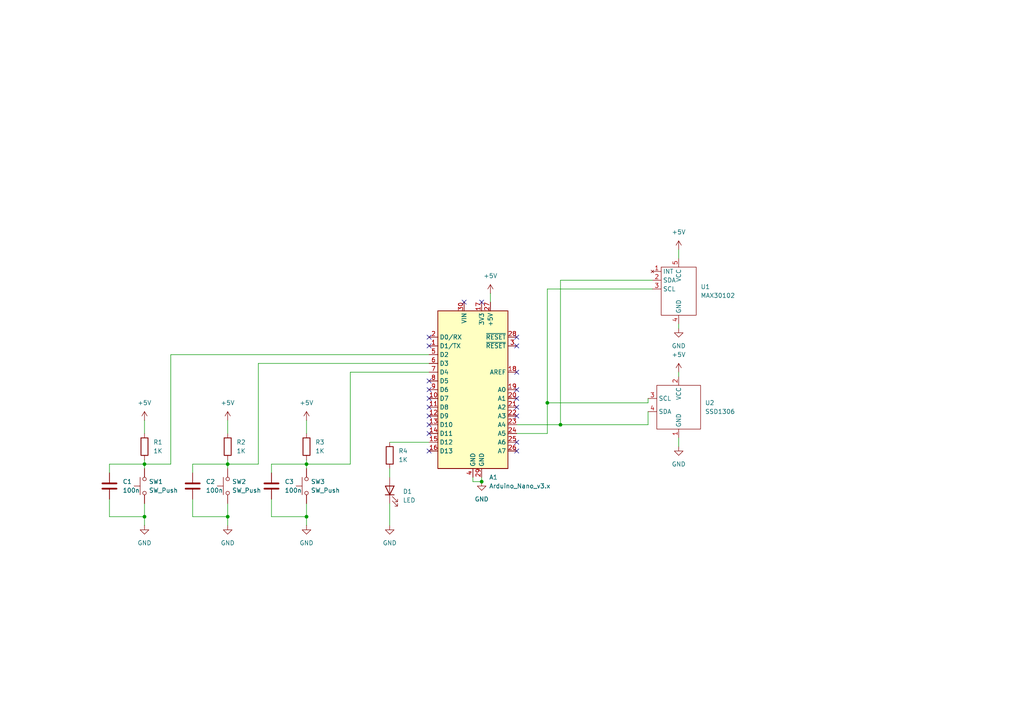
<source format=kicad_sch>
(kicad_sch (version 20250114) (generator "eeschema") (generator_version "9.0")
  (paper "A4")
  (lib_symbols
    (symbol "Device:C" (pin_numbers (hide yes)) (pin_names (offset 0.254))
      (property "Reference" "C" (at 0.635 2.54 0))
      (property "Value" "C" (at 0.635 -2.54 0))
      (symbol "C_0_1"
        (polyline (pts (xy -2.032 0.762) (xy 2.032 0.762)) (stroke (width 0.508)))
        (polyline (pts (xy -2.032 -0.762) (xy 2.032 -0.762)) (stroke (width 0.508)))
      )
      (symbol "C_1_1"
        (pin passive line (at 0 3.81 270) (length 2.794) (name "~") (number "1"))
        (pin passive line (at 0 -3.81 90) (length 2.794) (name "~") (number "2"))
      )
    )
    (symbol "Device:LED" (pin_numbers (hide yes)) (pin_names (offset 1.016) (hide yes))
      (property "Reference" "D" (at 0 2.54 0))
      (property "Value" "LED" (at 0 -2.54 0))
      (symbol "LED_0_1"
        (polyline (pts (xy -3.048 -0.762) (xy -4.572 -2.286) (xy -3.81 -2.286) (xy -4.572 -2.286) (xy -4.572 -1.524)))
        (polyline (pts (xy -1.778 -0.762) (xy -3.302 -2.286) (xy -2.54 -2.286) (xy -3.302 -2.286) (xy -3.302 -1.524)))
        (polyline (pts (xy -1.27 0) (xy 1.27 0)))
        (polyline (pts (xy -1.27 -1.27) (xy -1.27 1.27)) (stroke (width 0.254)))
        (polyline (pts (xy 1.27 -1.27) (xy 1.27 1.27) (xy -1.27 0) (xy 1.27 -1.27)) (stroke (width 0.254)))
      )
      (symbol "LED_1_1"
        (pin passive line (at -3.81 0 0) (length 2.54) (name "K") (number "1"))
        (pin passive line (at 3.81 0 180) (length 2.54) (name "A") (number "2"))
      )
    )
    (symbol "Device:R" (pin_numbers (hide yes)) (pin_names (offset 0))
      (property "Reference" "R" (at 2.032 0 90))
      (property "Value" "R" (at 0 0 90))
      (symbol "R_0_1"
        (rectangle (start -1.016 -2.54) (end 1.016 2.54) (stroke (width 0.254)))
      )
      (symbol "R_1_1"
        (pin passive line (at 0 3.81 270) (length 1.27) (name "~") (number "1"))
        (pin passive line (at 0 -3.81 90) (length 1.27) (name "~") (number "2"))
      )
    )
    (symbol "MCU_Module:Arduino_Nano_v3.x"
      (property "Reference" "A" (at -10.16 23.495 0))
      (property "Value" "Arduino_Nano_v3.x" (at 5.08 -24.13 0))
      (symbol "Arduino_Nano_v3.x_0_1"
        (rectangle (start -10.16 22.86) (end 10.16 -22.86) (stroke (width 0.254)) (fill (type background)))
      )
      (symbol "Arduino_Nano_v3.x_1_1"
        (pin bidirectional line (at -12.7 15.24 0) (length 2.54) (name "D0/RX") (number "2"))
        (pin bidirectional line (at -12.7 12.7 0) (length 2.54) (name "D1/TX") (number "1"))
        (pin bidirectional line (at -12.7 10.16 0) (length 2.54) (name "D2") (number "5"))
        (pin bidirectional line (at -12.7 7.62 0) (length 2.54) (name "D3") (number "6"))
        (pin bidirectional line (at -12.7 5.08 0) (length 2.54) (name "D4") (number "7"))
        (pin bidirectional line (at -12.7 2.54 0) (length 2.54) (name "D5") (number "8"))
        (pin bidirectional line (at -12.7 0 0) (length 2.54) (name "D6") (number "9"))
        (pin bidirectional line (at -12.7 -2.54 0) (length 2.54) (name "D7") (number "10"))
        (pin bidirectional line (at -12.7 -5.08 0) (length 2.54) (name "D8") (number "11"))
        (pin bidirectional line (at -12.7 -7.62 0) (length 2.54) (name "D9") (number "12"))
        (pin bidirectional line (at -12.7 -10.16 0) (length 2.54) (name "D10") (number "13"))
        (pin bidirectional line (at -12.7 -12.7 0) (length 2.54) (name "D11") (number "14"))
        (pin bidirectional line (at -12.7 -15.24 0) (length 2.54) (name "D12") (number "15"))
        (pin bidirectional line (at -12.7 -17.78 0) (length 2.54) (name "D13") (number "16"))
        (pin power_in line (at -2.54 25.4 270) (length 2.54) (name "VIN") (number "30"))
        (pin power_in line (at 0 -25.4 90) (length 2.54) (name "GND") (number "4"))
        (pin power_out line (at 2.54 25.4 270) (length 2.54) (name "3V3") (number "17"))
        (pin power_in line (at 2.54 -25.4 90) (length 2.54) (name "GND") (number "29"))
        (pin power_out line (at 5.08 25.4 270) (length 2.54) (name "+5V") (number "27"))
        (pin input line (at 12.7 15.24 180) (length 2.54) (name "~{RESET}") (number "28"))
        (pin input line (at 12.7 12.7 180) (length 2.54) (name "~{RESET}") (number "3"))
        (pin input line (at 12.7 5.08 180) (length 2.54) (name "AREF") (number "18"))
        (pin bidirectional line (at 12.7 0 180) (length 2.54) (name "A0") (number "19"))
        (pin bidirectional line (at 12.7 -2.54 180) (length 2.54) (name "A1") (number "20"))
        (pin bidirectional line (at 12.7 -5.08 180) (length 2.54) (name "A2") (number "21"))
        (pin bidirectional line (at 12.7 -7.62 180) (length 2.54) (name "A3") (number "22"))
        (pin bidirectional line (at 12.7 -10.16 180) (length 2.54) (name "A4") (number "23"))
        (pin bidirectional line (at 12.7 -12.7 180) (length 2.54) (name "A5") (number "24"))
        (pin bidirectional line (at 12.7 -15.24 180) (length 2.54) (name "A6") (number "25"))
        (pin bidirectional line (at 12.7 -17.78 180) (length 2.54) (name "A7") (number "26"))
      )
    )
    (symbol "Switch:SW_Push" (pin_numbers (hide yes)) (pin_names (offset 1.016) (hide yes))
      (property "Reference" "SW" (at 1.27 2.54 0))
      (property "Value" "SW_Push" (at 0 -1.524 0))
      (symbol "SW_Push_0_1"
        (circle (center -2.032 0) (radius 0.508))
        (polyline (pts (xy 0 1.27) (xy 0 3.048)))
        (circle (center 2.032 0) (radius 0.508))
        (polyline (pts (xy 2.54 1.27) (xy -2.54 1.27)))
        (pin passive line (at -5.08 0 0) (length 2.54) (name "1") (number "1"))
        (pin passive line (at 5.08 0 180) (length 2.54) (name "2") (number "2"))
      )
    )
    (symbol "power:+5V" (power) (pin_numbers (hide yes)) (pin_names (offset 0) (hide yes))
      (property "Value" "+5V" (at 0 3.556 0))
      (symbol "+5V_0_1"
        (polyline (pts (xy -0.762 1.27) (xy 0 2.54)))
        (polyline (pts (xy 0 2.54) (xy 0.762 1.27)))
        (polyline (pts (xy 0 0) (xy 0 2.54)))
      )
      (symbol "+5V_1_1"
        (pin power_in line (at 0 0 90) (length 0) (name "~") (number "1"))
      )
    )
    (symbol "power:GND" (power) (pin_numbers (hide yes)) (pin_names (offset 0) (hide yes))
      (property "Value" "GND" (at 0 -3.81 0))
      (symbol "GND_0_1"
        (polyline (pts (xy 0 0) (xy 0 -1.27) (xy 1.27 -1.27) (xy 0 -2.54) (xy -1.27 -1.27) (xy 0 -1.27)))
      )
      (symbol "GND_1_1"
        (pin power_in line (at 0 0 270) (length 0) (name "~") (number "1"))
      )
    )
    (symbol "spo2stuff:MAX30102_Module"
      (property "Reference" "U" (at 0 0 0))
      (property "Value" "MAX30102" (at 10.16 0.508 0))
      (symbol "MAX30102_Module_0_1"
        (rectangle (start -5.08 7.62) (end 5.08 -6.35))
      )
      (symbol "MAX30102_Module_1_1"
        (pin no_connect line (at -7.62 6.35 0) (length 2.54) (name "INT") (number "1"))
        (pin bidirectional line (at -7.62 3.81 0) (length 2.54) (name "SDA") (number "2"))
        (pin input line (at -7.62 1.27 0) (length 2.54) (name "SCL") (number "3"))
        (pin power_in line (at 0 10.16 270) (length 2.54) (name "VCC") (number "5"))
        (pin power_in line (at 0 -8.89 90) (length 2.54) (name "GND") (number "4"))
      )
    )
    (symbol "spo2stuff:SSD1306"
      (property "Reference" "U" (at 0 0 0))
      (property "Value" "SSD1306" (at 10.922 0.508 0))
      (symbol "SSD1306_0_1"
        (rectangle (start -6.35 6.35) (end 6.35 -6.35))
      )
      (symbol "SSD1306_1_1"
        (pin input line (at -8.89 2.54 0) (length 2.54) (name "SCL") (number "3"))
        (pin bidirectional line (at -8.89 -1.27 0) (length 2.54) (name "SDA") (number "4"))
        (pin power_in line (at 0 8.89 270) (length 2.54) (name "VCC") (number "2"))
        (pin power_in line (at 0 -8.89 90) (length 2.54) (name "GND") (number "1"))
      )
    )
  )
  (junction (at 158.75 116.84))
  (junction (at 66.04 134.62))
  (junction (at 88.9 149.86))
  (junction (at 41.91 134.62))
  (junction (at 88.9 134.62))
  (junction (at 41.91 149.86))
  (junction (at 162.56 123.19))
  (junction (at 139.7 139.7))
  (junction (at 66.04 149.86))
  (no_connect (at 149.86 113.03))
  (no_connect (at 149.86 118.11))
  (no_connect (at 139.7 87.63))
  (no_connect (at 149.86 115.57))
  (no_connect (at 124.46 125.73))
  (no_connect (at 124.46 130.81))
  (no_connect (at 124.46 110.49))
  (no_connect (at 124.46 97.79))
  (no_connect (at 149.86 107.95))
  (no_connect (at 149.86 97.79))
  (no_connect (at 124.46 100.33))
  (no_connect (at 149.86 130.81))
  (no_connect (at 124.46 113.03))
  (no_connect (at 124.46 120.65))
  (no_connect (at 134.62 87.63))
  (no_connect (at 149.86 100.33))
  (no_connect (at 124.46 115.57))
  (no_connect (at 124.46 118.11))
  (no_connect (at 149.86 128.27))
  (no_connect (at 149.86 120.65))
  (no_connect (at 124.46 123.19))
  (wire (pts (xy 31.75 144.78) (xy 31.75 149.86)))
  (wire (pts (xy 88.9 133.35) (xy 88.9 134.62)))
  (wire (pts (xy 74.93 105.41) (xy 124.46 105.41)))
  (wire (pts (xy 41.91 134.62) (xy 41.91 135.89)))
  (wire (pts (xy 88.9 146.05) (xy 88.9 149.86)))
  (wire (pts (xy 196.85 107.95) (xy 196.85 109.22)))
  (wire (pts (xy 41.91 134.62) (xy 49.53 134.62)))
  (wire (pts (xy 49.53 134.62) (xy 49.53 102.87)))
  (wire (pts (xy 88.9 149.86) (xy 88.9 152.4)))
  (wire (pts (xy 74.93 134.62) (xy 74.93 105.41)))
  (wire (pts (xy 88.9 121.92) (xy 88.9 125.73)))
  (wire (pts (xy 187.96 116.84) (xy 187.96 115.57)))
  (wire (pts (xy 66.04 121.92) (xy 66.04 125.73)))
  (wire (pts (xy 55.88 137.16) (xy 55.88 134.62)))
  (wire (pts (xy 55.88 149.86) (xy 66.04 149.86)))
  (wire (pts (xy 41.91 121.92) (xy 41.91 125.73)))
  (wire (pts (xy 137.16 138.43) (xy 137.16 139.7)))
  (wire (pts (xy 162.56 123.19) (xy 162.56 81.28)))
  (wire (pts (xy 158.75 83.82) (xy 189.23 83.82)))
  (wire (pts (xy 88.9 134.62) (xy 101.6 134.62)))
  (wire (pts (xy 139.7 138.43) (xy 139.7 139.7)))
  (wire (pts (xy 49.53 102.87) (xy 124.46 102.87)))
  (wire (pts (xy 31.75 137.16) (xy 31.75 134.62)))
  (wire (pts (xy 66.04 133.35) (xy 66.04 134.62)))
  (wire (pts (xy 158.75 116.84) (xy 158.75 83.82)))
  (wire (pts (xy 78.74 134.62) (xy 88.9 134.62)))
  (wire (pts (xy 78.74 149.86) (xy 88.9 149.86)))
  (wire (pts (xy 162.56 123.19) (xy 187.96 123.19)))
  (wire (pts (xy 196.85 127) (xy 196.85 129.54)))
  (wire (pts (xy 78.74 144.78) (xy 78.74 149.86)))
  (wire (pts (xy 113.03 146.05) (xy 113.03 152.4)))
  (wire (pts (xy 101.6 107.95) (xy 101.6 134.62)))
  (wire (pts (xy 31.75 149.86) (xy 41.91 149.86)))
  (wire (pts (xy 101.6 107.95) (xy 124.46 107.95)))
  (wire (pts (xy 137.16 139.7) (xy 139.7 139.7)))
  (wire (pts (xy 162.56 81.28) (xy 189.23 81.28)))
  (wire (pts (xy 158.75 125.73) (xy 158.75 116.84)))
  (wire (pts (xy 142.24 85.09) (xy 142.24 87.63)))
  (wire (pts (xy 55.88 144.78) (xy 55.88 149.86)))
  (wire (pts (xy 113.03 135.89) (xy 113.03 138.43)))
  (wire (pts (xy 41.91 146.05) (xy 41.91 149.86)))
  (wire (pts (xy 88.9 134.62) (xy 88.9 135.89)))
  (wire (pts (xy 187.96 123.19) (xy 187.96 119.38)))
  (wire (pts (xy 78.74 137.16) (xy 78.74 134.62)))
  (wire (pts (xy 113.03 128.27) (xy 124.46 128.27)))
  (wire (pts (xy 149.86 123.19) (xy 162.56 123.19)))
  (wire (pts (xy 149.86 125.73) (xy 158.75 125.73)))
  (wire (pts (xy 41.91 133.35) (xy 41.91 134.62)))
  (wire (pts (xy 66.04 134.62) (xy 74.93 134.62)))
  (wire (pts (xy 55.88 134.62) (xy 66.04 134.62)))
  (wire (pts (xy 158.75 116.84) (xy 187.96 116.84)))
  (wire (pts (xy 196.85 72.39) (xy 196.85 74.93)))
  (wire (pts (xy 31.75 134.62) (xy 41.91 134.62)))
  (wire (pts (xy 41.91 149.86) (xy 41.91 152.4)))
  (wire (pts (xy 66.04 149.86) (xy 66.04 152.4)))
  (wire (pts (xy 66.04 134.62) (xy 66.04 135.89)))
  (wire (pts (xy 66.04 146.05) (xy 66.04 149.86)))
  (wire (pts (xy 196.85 93.98) (xy 196.85 95.25)))
  (symbol (lib_id "power:+5V") (at 142.24 85.09 0) (unit 1)
    (property "Reference" "#PWR01" (effects (hide yes)))
    (property "Value" "+5V" (at 142.24 80.01 0))
    (property "Description" "Power symbol creates a global label with name \"+5V\"" (effects (hide yes)))
  )
  (symbol (lib_id "Device:C") (at 78.74 140.97 0) (unit 1)
    (property "Reference" "C3" (at 82.55 139.6999 0) (effects (justify left)))
    (property "Value" "100n" (at 82.55 142.2399 0) (effects (justify left)))
    (property "Footprint" "Capacitor_THT:C_Disc_D4.7mm_W2.5mm_P5.00mm" (effects (hide yes)))
    (property "Description" "Unpolarized capacitor" (effects (hide yes)))
  )
  (symbol (lib_id "power:+5V") (at 196.85 107.95 0) (unit 1)
    (property "Reference" "#PWR013" (effects (hide yes)))
    (property "Value" "+5V" (at 196.85 102.87 0))
    (property "Description" "Power symbol creates a global label with name \"+5V\"" (effects (hide yes)))
  )
  (symbol (lib_id "Device:R") (at 113.03 132.08 0) (unit 1)
    (property "Reference" "R4" (at 115.57 130.8099 0) (effects (justify left)))
    (property "Value" "1K" (at 115.57 133.3499 0) (effects (justify left)))
    (property "Footprint" "Resistor_THT:R_Axial_DIN0207_L6.3mm_D2.5mm_P7.62mm_Horizontal" (effects (hide yes)))
    (property "Description" "Resistor" (effects (hide yes)))
  )
  (symbol (lib_id "power:+5V") (at 88.9 121.92 0) (unit 1)
    (property "Reference" "#PWR07" (effects (hide yes)))
    (property "Value" "+5V" (at 88.9 116.84 0))
    (property "Description" "Power symbol creates a global label with name \"+5V\"" (effects (hide yes)))
  )
  (symbol (lib_id "Device:C") (at 55.88 140.97 0) (unit 1)
    (property "Reference" "C2" (at 59.69 139.6999 0) (effects (justify left)))
    (property "Value" "100n" (at 59.69 142.2399 0) (effects (justify left)))
    (property "Footprint" "Capacitor_THT:C_Disc_D4.7mm_W2.5mm_P5.00mm" (effects (hide yes)))
    (property "Description" "Unpolarized capacitor" (effects (hide yes)))
  )
  (symbol (lib_id "Device:C") (at 31.75 140.97 0) (unit 1)
    (property "Reference" "C1" (at 35.56 139.6999 0) (effects (justify left)))
    (property "Value" "100n" (at 35.56 142.2399 0) (effects (justify left)))
    (property "Footprint" "Capacitor_THT:C_Disc_D4.7mm_W2.5mm_P5.00mm" (effects (hide yes)))
    (property "Description" "Unpolarized capacitor" (effects (hide yes)))
  )
  (symbol (lib_id "Device:R") (at 66.04 129.54 0) (unit 1)
    (property "Reference" "R2" (at 68.58 128.2699 0) (effects (justify left)))
    (property "Value" "1K" (at 68.58 130.8099 0) (effects (justify left)))
    (property "Footprint" "Resistor_THT:R_Axial_DIN0207_L6.3mm_D2.5mm_P7.62mm_Horizontal" (effects (hide yes)))
    (property "Description" "Resistor" (effects (hide yes)))
  )
  (symbol (lib_id "Switch:SW_Push") (at 88.9 140.97 90) (unit 1)
    (property "Reference" "SW3" (at 90.17 139.6999 90) (effects (justify right)))
    (property "Value" "SW_Push" (at 90.17 142.2399 90) (effects (justify right)))
    (property "Footprint" "Button_Switch_THT:SW_PUSH_6mm" (effects (hide yes)))
    (property "Description" "Push button switch, generic, two pins" (effects (hide yes)))
  )
  (symbol (lib_id "spo2stuff:MAX30102_Module") (at 196.85 85.09 0) (unit 1)
    (property "Reference" "U1" (at 203.2 83.1849 0) (effects (justify left)))
    (property "Value" "MAX30102" (at 203.2 85.7249 0) (effects (justify left)))
    (property "Footprint" "spo2stuff:MAX30102" (effects (hide yes)))
  )
  (symbol (lib_id "MCU_Module:Arduino_Nano_v3.x") (at 137.16 113.03 0) (unit 1)
    (property "Reference" "A1" (at 141.8433 138.43 0) (effects (justify left)))
    (property "Value" "Arduino_Nano_v3.x" (at 141.8433 140.97 0) (effects (justify left)))
    (property "Footprint" "Module:Arduino_Nano" (effects (hide yes)))
    (property "Datasheet" "http://www.mouser.com/pdfdocs/Gravitech_Arduino_Nano3_0.pdf" (effects (hide yes)))
    (property "Description" "Arduino Nano v3.x" (effects (hide yes)))
  )
  (symbol (lib_id "spo2stuff:SSD1306") (at 196.85 118.11 0) (unit 1)
    (property "Reference" "U2" (at 204.47 116.8399 0) (effects (justify left)))
    (property "Value" "SSD1306" (at 204.47 119.3799 0) (effects (justify left)))
    (property "Footprint" "spo2stuff:SSD1306" (effects (hide yes)))
  )
  (symbol (lib_id "power:+5V") (at 41.91 121.92 0) (unit 1)
    (property "Reference" "#PWR03" (effects (hide yes)))
    (property "Value" "+5V" (at 41.91 116.84 0))
    (property "Description" "Power symbol creates a global label with name \"+5V\"" (effects (hide yes)))
  )
  (symbol (lib_id "Device:R") (at 88.9 129.54 0) (unit 1)
    (property "Reference" "R3" (at 91.44 128.2699 0) (effects (justify left)))
    (property "Value" "1K" (at 91.44 130.8099 0) (effects (justify left)))
    (property "Footprint" "Resistor_THT:R_Axial_DIN0207_L6.3mm_D2.5mm_P7.62mm_Horizontal" (effects (hide yes)))
    (property "Description" "Resistor" (effects (hide yes)))
  )
  (symbol (lib_id "Device:R") (at 41.91 129.54 0) (unit 1)
    (property "Reference" "R1" (at 44.45 128.2699 0) (effects (justify left)))
    (property "Value" "1K" (at 44.45 130.8099 0) (effects (justify left)))
    (property "Footprint" "Resistor_THT:R_Axial_DIN0207_L6.3mm_D2.5mm_P7.62mm_Horizontal" (effects (hide yes)))
    (property "Description" "Resistor" (effects (hide yes)))
  )
  (symbol (lib_id "power:GND") (at 41.91 152.4 0) (unit 1)
    (property "Reference" "#PWR04" (effects (hide yes)))
    (property "Value" "GND" (at 41.91 157.48 0))
    (property "Description" "Power symbol creates a global label with name \"GND\" , ground" (effects (hide yes)))
  )
  (symbol (lib_id "Device:LED") (at 113.03 142.24 90) (unit 1)
    (property "Reference" "D1" (at 116.84 142.5574 90) (effects (justify right)))
    (property "Value" "LED" (at 116.84 145.0974 90) (effects (justify right)))
    (property "Footprint" "LED_THT:LED_D5.0mm" (effects (hide yes)))
    (property "Description" "Light emitting diode" (effects (hide yes)))
    (property "Sim.Pins" "1=K 2=A" (effects (hide yes)))
  )
  (symbol (lib_id "Switch:SW_Push") (at 41.91 140.97 90) (unit 1)
    (property "Reference" "SW1" (at 43.18 139.6999 90) (effects (justify right)))
    (property "Value" "SW_Push" (at 43.18 142.2399 90) (effects (justify right)))
    (property "Footprint" "Button_Switch_THT:SW_PUSH_6mm" (effects (hide yes)))
    (property "Description" "Push button switch, generic, two pins" (effects (hide yes)))
  )
  (symbol (lib_id "power:GND") (at 66.04 152.4 0) (unit 1)
    (property "Reference" "#PWR06" (effects (hide yes)))
    (property "Value" "GND" (at 66.04 157.48 0))
    (property "Description" "Power symbol creates a global label with name \"GND\" , ground" (effects (hide yes)))
  )
  (symbol (lib_id "power:GND") (at 88.9 152.4 0) (unit 1)
    (property "Reference" "#PWR08" (effects (hide yes)))
    (property "Value" "GND" (at 88.9 157.48 0))
    (property "Description" "Power symbol creates a global label with name \"GND\" , ground" (effects (hide yes)))
  )
  (symbol (lib_id "power:GND") (at 196.85 95.25 0) (unit 1)
    (property "Reference" "#PWR010" (effects (hide yes)))
    (property "Value" "GND" (at 196.85 100.33 0))
    (property "Description" "Power symbol creates a global label with name \"GND\" , ground" (effects (hide yes)))
  )
  (symbol (lib_id "power:+5V") (at 66.04 121.92 0) (unit 1)
    (property "Reference" "#PWR05" (effects (hide yes)))
    (property "Value" "+5V" (at 66.04 116.84 0))
    (property "Description" "Power symbol creates a global label with name \"+5V\"" (effects (hide yes)))
  )
  (symbol (lib_id "power:+5V") (at 196.85 72.39 0) (unit 1)
    (property "Reference" "#PWR012" (effects (hide yes)))
    (property "Value" "+5V" (at 196.85 67.31 0))
    (property "Description" "Power symbol creates a global label with name \"+5V\"" (effects (hide yes)))
  )
  (symbol (lib_id "power:GND") (at 139.7 139.7 0) (unit 1)
    (property "Reference" "#PWR02" (effects (hide yes)))
    (property "Value" "GND" (at 139.7 144.78 0))
    (property "Description" "Power symbol creates a global label with name \"GND\" , ground" (effects (hide yes)))
  )
  (symbol (lib_id "power:GND") (at 196.85 129.54 0) (unit 1)
    (property "Reference" "#PWR011" (effects (hide yes)))
    (property "Value" "GND" (at 196.85 134.62 0))
    (property "Description" "Power symbol creates a global label with name \"GND\" , ground" (effects (hide yes)))
  )
  (symbol (lib_id "power:GND") (at 113.03 152.4 0) (unit 1)
    (property "Reference" "#PWR09" (effects (hide yes)))
    (property "Value" "GND" (at 113.03 157.48 0))
    (property "Description" "Power symbol creates a global label with name \"GND\" , ground" (effects (hide yes)))
  )
  (symbol (lib_id "Switch:SW_Push") (at 66.04 140.97 90) (unit 1)
    (property "Reference" "SW2" (at 67.31 139.6999 90) (effects (justify right)))
    (property "Value" "SW_Push" (at 67.31 142.2399 90) (effects (justify right)))
    (property "Footprint" "Button_Switch_THT:SW_PUSH_6mm" (effects (hide yes)))
    (property "Description" "Push button switch, generic, two pins" (effects (hide yes)))
  )
)
</source>
